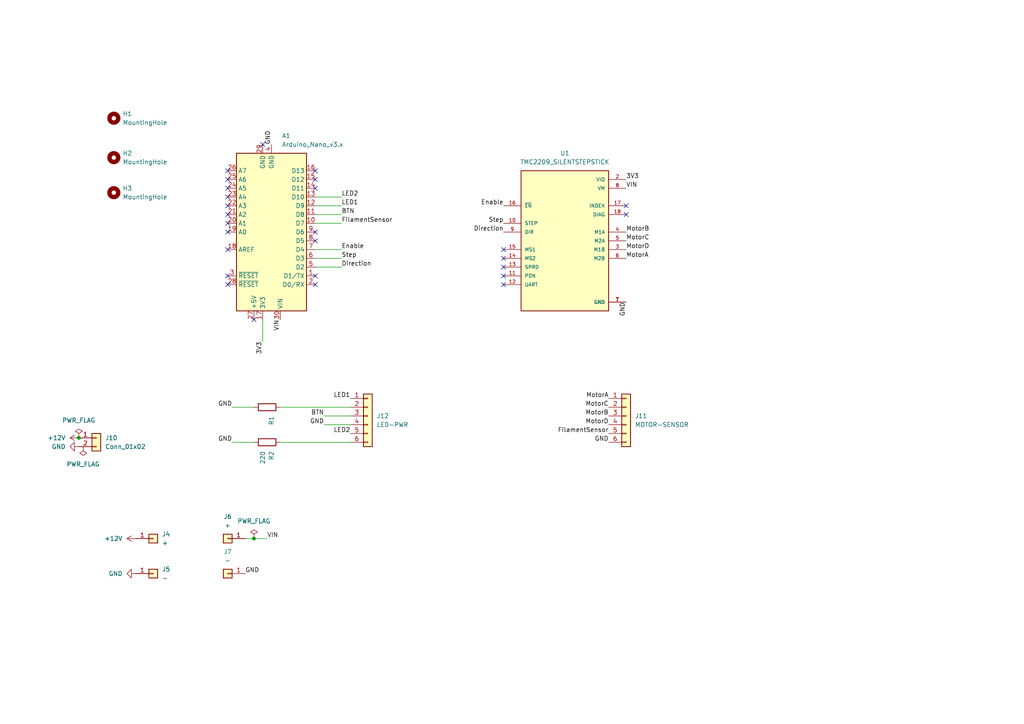
<source format=kicad_sch>
(kicad_sch (version 20231120) (generator "eeschema") (generator_version "8.0")
  (paper "A4")
  (lib_symbols
    (symbol "Connector_Generic:Conn_01x01" (pin_names (offset 1.016) hide)
      (property "Reference" "J" (at 0 2.54 0))
      (property "Value" "Conn_01x01" (at 0 -2.54 0))
      (symbol "Conn_01x01_1_1"
        (rectangle (start -1.27 0.127) (end 0 -0.127) (stroke (width 0.1524)))
        (rectangle (start -1.27 1.27) (end 1.27 -1.27) (stroke (width 0.254)) (fill (type background)))
        (pin passive line (at -5.08 0 0) (length 3.81) (name "Pin_1") (number "1"))
      )
    )
    (symbol "Connector_Generic:Conn_01x02" (pin_names (offset 1.016) hide)
      (property "Reference" "J" (at 0 2.54 0))
      (property "Value" "Conn_01x02" (at 0 -5.08 0))
      (symbol "Conn_01x02_1_1"
        (rectangle (start -1.27 -2.413) (end 0 -2.667) (stroke (width 0.1524)))
        (rectangle (start -1.27 0.127) (end 0 -0.127) (stroke (width 0.1524)))
        (rectangle (start -1.27 1.27) (end 1.27 -3.81) (stroke (width 0.254)) (fill (type background)))
        (pin passive line (at -5.08 0 0) (length 3.81) (name "Pin_1") (number "1"))
        (pin passive line (at -5.08 -2.54 0) (length 3.81) (name "Pin_2") (number "2"))
      )
    )
    (symbol "Connector_Generic:Conn_01x06" (pin_names (offset 1.016) hide)
      (property "Reference" "J" (at 0 7.62 0))
      (property "Value" "Conn_01x06" (at 0 -10.16 0))
      (symbol "Conn_01x06_1_1"
        (rectangle (start -1.27 -7.493) (end 0 -7.747) (stroke (width 0.1524)))
        (rectangle (start -1.27 -4.953) (end 0 -5.207) (stroke (width 0.1524)))
        (rectangle (start -1.27 -2.413) (end 0 -2.667) (stroke (width 0.1524)))
        (rectangle (start -1.27 0.127) (end 0 -0.127) (stroke (width 0.1524)))
        (rectangle (start -1.27 2.667) (end 0 2.413) (stroke (width 0.1524)))
        (rectangle (start -1.27 5.207) (end 0 4.953) (stroke (width 0.1524)))
        (rectangle (start -1.27 6.35) (end 1.27 -8.89) (stroke (width 0.254)) (fill (type background)))
        (pin passive line (at -5.08 5.08 0) (length 3.81) (name "Pin_1") (number "1"))
        (pin passive line (at -5.08 2.54 0) (length 3.81) (name "Pin_2") (number "2"))
        (pin passive line (at -5.08 0 0) (length 3.81) (name "Pin_3") (number "3"))
        (pin passive line (at -5.08 -2.54 0) (length 3.81) (name "Pin_4") (number "4"))
        (pin passive line (at -5.08 -5.08 0) (length 3.81) (name "Pin_5") (number "5"))
        (pin passive line (at -5.08 -7.62 0) (length 3.81) (name "Pin_6") (number "6"))
      )
    )
    (symbol "Device:R" (pin_numbers hide) (pin_names (offset 0))
      (property "Reference" "R" (at 2.032 0 90))
      (property "Value" "R" (at 0 0 90))
      (symbol "R_0_1"
        (rectangle (start -1.016 -2.54) (end 1.016 2.54) (stroke (width 0.254)))
      )
      (symbol "R_1_1"
        (pin passive line (at 0 3.81 270) (length 1.27) (name "~") (number "1"))
        (pin passive line (at 0 -3.81 90) (length 1.27) (name "~") (number "2"))
      )
    )
    (symbol "MCU_Module:Arduino_Nano_v3.x"
      (property "Reference" "A" (at -10.16 23.495 0))
      (property "Value" "Arduino_Nano_v3.x" (at 5.08 -24.13 0))
      (symbol "Arduino_Nano_v3.x_0_1"
        (rectangle (start -10.16 22.86) (end 10.16 -22.86) (stroke (width 0.254)) (fill (type background)))
      )
      (symbol "Arduino_Nano_v3.x_1_1"
        (pin bidirectional line (at -12.7 12.7 0) (length 2.54) (name "D1/TX") (number "1"))
        (pin bidirectional line (at -12.7 -2.54 0) (length 2.54) (name "D7") (number "10"))
        (pin bidirectional line (at -12.7 -5.08 0) (length 2.54) (name "D8") (number "11"))
        (pin bidirectional line (at -12.7 -7.62 0) (length 2.54) (name "D9") (number "12"))
        (pin bidirectional line (at -12.7 -10.16 0) (length 2.54) (name "D10") (number "13"))
        (pin bidirectional line (at -12.7 -12.7 0) (length 2.54) (name "D11") (number "14"))
        (pin bidirectional line (at -12.7 -15.24 0) (length 2.54) (name "D12") (number "15"))
        (pin bidirectional line (at -12.7 -17.78 0) (length 2.54) (name "D13") (number "16"))
        (pin power_out line (at 2.54 25.4 270) (length 2.54) (name "3V3") (number "17"))
        (pin input line (at 12.7 5.08 180) (length 2.54) (name "AREF") (number "18"))
        (pin bidirectional line (at 12.7 0 180) (length 2.54) (name "A0") (number "19"))
        (pin bidirectional line (at -12.7 15.24 0) (length 2.54) (name "D0/RX") (number "2"))
        (pin bidirectional line (at 12.7 -2.54 180) (length 2.54) (name "A1") (number "20"))
        (pin bidirectional line (at 12.7 -5.08 180) (length 2.54) (name "A2") (number "21"))
        (pin bidirectional line (at 12.7 -7.62 180) (length 2.54) (name "A3") (number "22"))
        (pin bidirectional line (at 12.7 -10.16 180) (length 2.54) (name "A4") (number "23"))
        (pin bidirectional line (at 12.7 -12.7 180) (length 2.54) (name "A5") (number "24"))
        (pin bidirectional line (at 12.7 -15.24 180) (length 2.54) (name "A6") (number "25"))
        (pin bidirectional line (at 12.7 -17.78 180) (length 2.54) (name "A7") (number "26"))
        (pin power_out line (at 5.08 25.4 270) (length 2.54) (name "+5V") (number "27"))
        (pin input line (at 12.7 15.24 180) (length 2.54) (name "~{RESET}") (number "28"))
        (pin power_in line (at 2.54 -25.4 90) (length 2.54) (name "GND") (number "29"))
        (pin input line (at 12.7 12.7 180) (length 2.54) (name "~{RESET}") (number "3"))
        (pin power_in line (at -2.54 25.4 270) (length 2.54) (name "VIN") (number "30"))
        (pin power_in line (at 0 -25.4 90) (length 2.54) (name "GND") (number "4"))
        (pin bidirectional line (at -12.7 10.16 0) (length 2.54) (name "D2") (number "5"))
        (pin bidirectional line (at -12.7 7.62 0) (length 2.54) (name "D3") (number "6"))
        (pin bidirectional line (at -12.7 5.08 0) (length 2.54) (name "D4") (number "7"))
        (pin bidirectional line (at -12.7 2.54 0) (length 2.54) (name "D5") (number "8"))
        (pin bidirectional line (at -12.7 0 0) (length 2.54) (name "D6") (number "9"))
      )
    )
    (symbol "Mechanical:MountingHole" (pin_names (offset 1.016)) (exclude_from_sim yes) (in_bom no)
      (property "Reference" "H" (at 0 5.08 0))
      (property "Value" "MountingHole" (at 0 3.175 0))
      (symbol "MountingHole_0_1"
        (circle (center 0 0) (radius 1.27) (stroke (width 1.27)))
      )
    )
    (symbol "SFLibrary:TMC2209_SILENTSTEPSTICK" (pin_names (offset 1.016))
      (property "Reference" "U" (at -12.7 22.86 0))
      (property "Value" "TMC2209_SILENTSTEPSTICK" (at -12.7 -22.86 0))
      (symbol "TMC2209_SILENTSTEPSTICK_0_0"
        (rectangle (start -12.7 -20.32) (end 12.7 20.32) (stroke (width 0.254)) (fill (type background)))
        (pin power_in line (at 17.78 -17.78 180) (length 5.08) (name "GND") (number "1"))
        (pin input line (at -17.78 5.08 0) (length 5.08) (name "STEP") (number "10"))
        (pin bidirectional line (at -17.78 -10.16 0) (length 5.08) (name "PDN") (number "11"))
        (pin bidirectional line (at -17.78 -12.7 0) (length 5.08) (name "UART") (number "12"))
        (pin input line (at -17.78 -7.62 0) (length 5.08) (name "SPRD") (number "13"))
        (pin input line (at -17.78 -5.08 0) (length 5.08) (name "MS2") (number "14"))
        (pin input line (at -17.78 -2.54 0) (length 5.08) (name "MS1") (number "15"))
        (pin input line (at -17.78 10.16 0) (length 5.08) (name "~{EN}") (number "16"))
        (pin output line (at 17.78 10.16 180) (length 5.08) (name "INDEX") (number "17"))
        (pin output line (at 17.78 7.62 180) (length 5.08) (name "DIAG") (number "18"))
        (pin power_in line (at 17.78 17.78 180) (length 5.08) (name "VIO") (number "2"))
        (pin output line (at 17.78 -2.54 180) (length 5.08) (name "M1B") (number "3"))
        (pin output line (at 17.78 2.54 180) (length 5.08) (name "M1A") (number "4"))
        (pin output line (at 17.78 0 180) (length 5.08) (name "M2A") (number "5"))
        (pin output line (at 17.78 -5.08 180) (length 5.08) (name "M2B") (number "6"))
        (pin power_in line (at 17.78 -17.78 180) (length 5.08) (name "GND") (number "7"))
        (pin power_in line (at 17.78 15.24 180) (length 5.08) (name "VM") (number "8"))
        (pin input line (at -17.78 2.54 0) (length 5.08) (name "DIR") (number "9"))
      )
    )
    (symbol "power:+12V" (power) (pin_numbers hide) (pin_names (offset 0) hide)
      (property "Value" "+12V" (at 0 3.556 0))
      (symbol "+12V_0_1"
        (polyline (pts (xy -0.762 1.27) (xy 0 2.54)))
        (polyline (pts (xy 0 0) (xy 0 2.54)))
        (polyline (pts (xy 0 2.54) (xy 0.762 1.27)))
      )
      (symbol "+12V_1_1"
        (pin power_in line (at 0 0 90) (length 0) (name "~") (number "1"))
      )
    )
    (symbol "power:GND" (power) (pin_numbers hide) (pin_names (offset 0) hide)
      (property "Value" "GND" (at 0 -3.81 0))
      (symbol "GND_0_1"
        (polyline (pts (xy 0 0) (xy 0 -1.27) (xy 1.27 -1.27) (xy 0 -2.54) (xy -1.27 -1.27) (xy 0 -1.27)))
      )
      (symbol "GND_1_1"
        (pin power_in line (at 0 0 270) (length 0) (name "~") (number "1"))
      )
    )
    (symbol "power:PWR_FLAG" (power) (pin_numbers hide) (pin_names (offset 0) hide)
      (property "Value" "PWR_FLAG" (at 0 3.81 0))
      (symbol "PWR_FLAG_0_0"
        (pin power_out line (at 0 0 90) (length 0) (name "~") (number "1"))
      )
      (symbol "PWR_FLAG_0_1"
        (polyline (pts (xy 0 0) (xy 0 1.27) (xy -1.016 1.905) (xy 0 2.54) (xy 1.016 1.905) (xy 0 1.27)))
      )
    )
  )
  (junction (at 73.66 156.21))
  (junction (at 22.86 127))
  (no_connect (at 66.04 67.31))
  (no_connect (at 91.44 69.85))
  (no_connect (at 66.04 82.55))
  (no_connect (at 66.04 54.61))
  (no_connect (at 91.44 52.07))
  (no_connect (at 146.05 82.55))
  (no_connect (at 66.04 52.07))
  (no_connect (at 66.04 72.39))
  (no_connect (at 146.05 77.47))
  (no_connect (at 91.44 82.55))
  (no_connect (at 146.05 74.93))
  (no_connect (at 91.44 54.61))
  (no_connect (at 181.61 62.23))
  (no_connect (at 91.44 67.31))
  (no_connect (at 66.04 49.53))
  (no_connect (at 66.04 80.01))
  (no_connect (at 76.2 41.91))
  (no_connect (at 181.61 59.69))
  (no_connect (at 66.04 59.69))
  (no_connect (at 66.04 62.23))
  (no_connect (at 146.05 72.39))
  (no_connect (at 91.44 49.53))
  (no_connect (at 66.04 57.15))
  (no_connect (at 91.44 80.01))
  (no_connect (at 146.05 80.01))
  (no_connect (at 73.66 92.71))
  (no_connect (at 66.04 64.77))
  (wire (pts (xy 99.06 64.77) (xy 91.44 64.77)))
  (wire (pts (xy 99.06 77.47) (xy 91.44 77.47)))
  (wire (pts (xy 67.31 118.11) (xy 73.66 118.11)))
  (wire (pts (xy 67.31 128.27) (xy 73.66 128.27)))
  (wire (pts (xy 99.06 74.93) (xy 91.44 74.93)))
  (wire (pts (xy 93.98 123.19) (xy 101.6 123.19)))
  (wire (pts (xy 99.06 72.39) (xy 91.44 72.39)))
  (wire (pts (xy 81.28 118.11) (xy 101.6 118.11)))
  (wire (pts (xy 76.2 99.06) (xy 76.2 92.71)))
  (wire (pts (xy 99.06 59.69) (xy 91.44 59.69)))
  (wire (pts (xy 99.06 62.23) (xy 91.44 62.23)))
  (wire (pts (xy 81.28 128.27) (xy 101.6 128.27)))
  (wire (pts (xy 77.47 156.21) (xy 73.66 156.21)))
  (wire (pts (xy 99.06 57.15) (xy 91.44 57.15)))
  (wire (pts (xy 73.66 156.21) (xy 71.12 156.21)))
  (wire (pts (xy 93.98 120.65) (xy 101.6 120.65)))
  (label "LED1" (at 101.6 115.57 180))
  (label "FilamentSensor" (at 99.06 64.77 0))
  (label "Direction" (at 99.06 77.47 0))
  (label "BTN" (at 93.98 120.65 180))
  (label "GND" (at 67.31 118.11 180))
  (label "GND" (at 93.98 123.19 180))
  (label "VIN" (at 181.61 54.61 0))
  (label "Step" (at 99.06 74.93 0))
  (label "Enable" (at 99.06 72.39 0))
  (label "VIN" (at 81.28 92.71 270))
  (label "3V3" (at 76.2 99.06 270))
  (label "3V3" (at 181.61 52.07 0))
  (label "GND" (at 71.12 166.37 0))
  (label "GND" (at 176.53 128.27 180))
  (label "MotorB" (at 176.53 120.65 180))
  (label "MotorD" (at 181.61 72.39 0))
  (label "MotorC" (at 176.53 118.11 180))
  (label "MotorA" (at 181.61 74.93 0))
  (label "BTN" (at 99.06 62.23 0))
  (label "GND" (at 181.61 87.63 270))
  (label "LED2" (at 101.6 125.73 180))
  (label "GND" (at 78.74 41.91 90))
  (label "MotorC" (at 181.61 69.85 0))
  (label "MotorB" (at 181.61 67.31 0))
  (label "LED2" (at 99.06 57.15 0))
  (label "VIN" (at 77.47 156.21 0))
  (label "Step" (at 146.05 64.77 180))
  (label "MotorD" (at 176.53 123.19 180))
  (label "Direction" (at 146.05 67.31 180))
  (label "GND" (at 67.31 128.27 180))
  (label "Enable" (at 146.05 59.69 180))
  (label "FilamentSensor" (at 176.53 125.73 180))
  (label "MotorA" (at 176.53 115.57 180))
  (label "LED1" (at 99.06 59.69 0))
  (symbol (lib_id "Mechanical:MountingHole") (at 33.02 34.29 0) (unit 1) (exclude_from_sim yes) (in_bom no)
    (property "Reference" "H1" (at 35.56 33.0199 0) (effects (justify left)))
    (property "Value" "MountingHole" (at 35.56 35.5599 0) (effects (justify left)))
    (property "Footprint" "MountingHole:MountingHole_3.2mm_M3" (effects (hide yes)))
    (property "Description" "Mounting Hole without connection" (effects (hide yes)))
  )
  (symbol (lib_id "Connector_Generic:Conn_01x01") (at 44.45 156.21 0) (unit 1)
    (property "Reference" "J4" (at 46.99 154.9399 0) (effects (justify left)))
    (property "Value" "+" (at 46.99 157.4799 0) (effects (justify left)))
    (property "Footprint" "Connector_PinHeader_2.54mm:PinHeader_1x01_P2.54mm_Vertical" (effects (hide yes)))
    (property "Description" "Generic connector, single row, 01x01, script generated (kicad-library-utils/schlib/autogen/connector/)" (effects (hide yes)))
  )
  (symbol (lib_id "Connector_Generic:Conn_01x06") (at 181.61 120.65 0) (unit 1)
    (property "Reference" "J11" (at 184.15 120.6499 0) (effects (justify left)))
    (property "Value" "MOTOR-SENSOR" (at 184.15 123.1899 0) (effects (justify left)))
    (property "Footprint" "Connector_PinHeader_2.54mm:PinHeader_1x06_P2.54mm_Vertical" (effects (hide yes)))
    (property "Description" "Generic connector, single row, 01x06, script generated (kicad-library-utils/schlib/autogen/connector/)" (effects (hide yes)))
  )
  (symbol (lib_id "power:GND") (at 39.37 166.37 270) (unit 1)
    (property "Reference" "#PWR05" (effects (hide yes)))
    (property "Value" "GND" (at 35.56 166.3699 90) (effects (justify right)))
    (property "Description" "Power symbol creates a global label with name \"GND\" , ground" (effects (hide yes)))
  )
  (symbol (lib_id "Mechanical:MountingHole") (at 33.02 55.88 0) (unit 1) (exclude_from_sim yes) (in_bom no)
    (property "Reference" "H3" (at 35.56 54.6099 0) (effects (justify left)))
    (property "Value" "MountingHole" (at 35.56 57.1499 0) (effects (justify left)))
    (property "Footprint" "MountingHole:MountingHole_3.2mm_M3" (effects (hide yes)))
    (property "Description" "Mounting Hole without connection" (effects (hide yes)))
  )
  (symbol (lib_id "power:PWR_FLAG") (at 73.66 156.21 0) (unit 1)
    (property "Reference" "#FLG02" (effects (hide yes)))
    (property "Value" "PWR_FLAG" (at 73.66 151.13 0))
    (property "Description" "Special symbol for telling ERC where power comes from" (effects (hide yes)))
  )
  (symbol (lib_id "power:+12V") (at 39.37 156.21 90) (unit 1)
    (property "Reference" "#PWR01" (effects (hide yes)))
    (property "Value" "+12V" (at 35.56 156.2099 90) (effects (justify left)))
    (property "Description" "Power symbol creates a global label with name \"+12V\"" (effects (hide yes)))
  )
  (symbol (lib_id "Connector_Generic:Conn_01x01") (at 66.04 156.21 180) (unit 1)
    (property "Reference" "J6" (at 66.04 149.86 0))
    (property "Value" "+" (at 66.04 152.4 0))
    (property "Footprint" "Connector_PinHeader_2.54mm:PinHeader_1x01_P2.54mm_Vertical" (effects (hide yes)))
    (property "Description" "Generic connector, single row, 01x01, script generated (kicad-library-utils/schlib/autogen/connector/)" (effects (hide yes)))
  )
  (symbol (lib_id "power:+12V") (at 22.86 127 90) (unit 1)
    (property "Reference" "#PWR02" (effects (hide yes)))
    (property "Value" "+12V" (at 19.05 126.9999 90) (effects (justify left)))
    (property "Description" "Power symbol creates a global label with name \"+12V\"" (effects (hide yes)))
  )
  (symbol (lib_id "power:PWR_FLAG") (at 22.86 127 0) (unit 1)
    (property "Reference" "#FLG01" (effects (hide yes)))
    (property "Value" "PWR_FLAG" (at 22.86 121.92 0))
    (property "Description" "Special symbol for telling ERC where power comes from" (effects (hide yes)))
  )
  (symbol (lib_id "power:PWR_FLAG") (at 24.13 129.54 180) (unit 1)
    (property "Reference" "#FLG03" (effects (hide yes)))
    (property "Value" "PWR_FLAG" (at 24.13 134.62 0))
    (property "Description" "Special symbol for telling ERC where power comes from" (effects (hide yes)))
  )
  (symbol (lib_id "SFLibrary:TMC2209_SILENTSTEPSTICK") (at 163.83 69.85 0) (unit 1)
    (property "Reference" "U1" (at 163.83 44.45 0))
    (property "Value" "TMC2209_SILENTSTEPSTICK" (at 163.83 46.99 0))
    (property "Footprint" "SFLibrary:MODULE_TMC2209_SILENTSTEPSTICK" (effects (hide yes)))
    (property "MF" "Trinamic Motion Control GmbH" (effects (hide yes)))
    (property "Description_1" "\nTMC2209 Motor Controller/Driver Power Management Evaluation Board\n" (effects (hide yes)))
    (property "Package" "None" (effects (hide yes)))
    (property "Price" "None" (effects (hide yes)))
    (property "Check_prices" "https://www.snapeda.com/parts/TMC2209%20SILENTSTEPSTICK/Trinamic+Motion+Control+GmbH/view-part/?ref=eda" (effects (hide yes)))
    (property "STANDARD" "Manufacturer Recommendations" (effects (hide yes)))
    (property "PARTREV" "1.20" (effects (hide yes)))
    (property "SnapEDA_Link" "https://www.snapeda.com/parts/TMC2209%20SILENTSTEPSTICK/Trinamic+Motion+Control+GmbH/view-part/?ref=snap" (effects (hide yes)))
    (property "MP" "TMC2209 SILENTSTEPSTICK" (effects (hide yes)))
    (property "MANUFACTURER" "Trinamic Motion Control GmbH" (effects (hide yes)))
    (property "Availability" "In Stock" (effects (hide yes)))
    (property "SNAPEDA_PN" "TMC2209 SILENTSTEPSTICK" (effects (hide yes)))
  )
  (symbol (lib_id "Connector_Generic:Conn_01x06") (at 106.68 120.65 0) (unit 1)
    (property "Reference" "J12" (at 109.22 120.6499 0) (effects (justify left)))
    (property "Value" "LED-PWR" (at 109.22 123.1899 0) (effects (justify left)))
    (property "Footprint" "Connector_PinHeader_2.54mm:PinHeader_1x06_P2.54mm_Vertical" (effects (hide yes)))
    (property "Description" "Generic connector, single row, 01x06, script generated (kicad-library-utils/schlib/autogen/connector/)" (effects (hide yes)))
  )
  (symbol (lib_id "Connector_Generic:Conn_01x01") (at 66.04 166.37 180) (unit 1)
    (property "Reference" "J7" (at 66.04 160.02 0))
    (property "Value" "-" (at 66.04 162.56 0))
    (property "Footprint" "Connector_PinHeader_2.54mm:PinHeader_1x01_P2.54mm_Vertical" (effects (hide yes)))
    (property "Description" "Generic connector, single row, 01x01, script generated (kicad-library-utils/schlib/autogen/connector/)" (effects (hide yes)))
  )
  (symbol (lib_id "Device:R") (at 77.47 118.11 270) (unit 1)
    (property "Reference" "R1" (at 78.7401 120.65 0) (effects (justify left)))
    (property "Value" "220" (effects (hide yes)))
    (property "Footprint" "Resistor_THT:R_Axial_DIN0207_L6.3mm_D2.5mm_P7.62mm_Horizontal" (effects (hide yes)))
    (property "Description" "Resistor" (effects (hide yes)))
  )
  (symbol (lib_id "Connector_Generic:Conn_01x02") (at 27.94 127 0) (unit 1)
    (property "Reference" "J10" (at 30.48 126.9999 0) (effects (justify left)))
    (property "Value" "Conn_01x02" (at 30.48 129.5399 0) (effects (justify left)))
    (property "Footprint" "Connector_BarrelJack:BarrelJack_Horizontal" (effects (hide yes)))
    (property "Description" "Generic connector, single row, 01x02, script generated (kicad-library-utils/schlib/autogen/connector/)" (effects (hide yes)))
  )
  (symbol (lib_id "MCU_Module:Arduino_Nano_v3.x") (at 78.74 67.31 180) (unit 1)
    (property "Reference" "A1" (at 81.7565 39.37 0) (effects (justify right)))
    (property "Value" "Arduino_Nano_v3.x" (at 81.7565 41.91 0) (effects (justify right)))
    (property "Footprint" "Module:Arduino_Nano" (effects (hide yes)))
    (property "Datasheet" "http://www.mouser.com/pdfdocs/Gravitech_Arduino_Nano3_0.pdf" (effects (hide yes)))
    (property "Description" "Arduino Nano v3.x" (effects (hide yes)))
  )
  (symbol (lib_id "power:GND") (at 22.86 129.54 270) (unit 1)
    (property "Reference" "#PWR03" (effects (hide yes)))
    (property "Value" "GND" (at 19.05 129.5399 90) (effects (justify right)))
    (property "Description" "Power symbol creates a global label with name \"GND\" , ground" (effects (hide yes)))
  )
  (symbol (lib_id "Connector_Generic:Conn_01x01") (at 44.45 166.37 0) (unit 1)
    (property "Reference" "J5" (at 46.99 165.0999 0) (effects (justify left)))
    (property "Value" "-" (at 46.99 167.6399 0) (effects (justify left)))
    (property "Footprint" "Connector_PinHeader_2.54mm:PinHeader_1x01_P2.54mm_Vertical" (effects (hide yes)))
    (property "Description" "Generic connector, single row, 01x01, script generated (kicad-library-utils/schlib/autogen/connector/)" (effects (hide yes)))
  )
  (symbol (lib_id "Mechanical:MountingHole") (at 33.02 45.72 0) (unit 1) (exclude_from_sim yes) (in_bom no)
    (property "Reference" "H2" (at 35.56 44.4499 0) (effects (justify left)))
    (property "Value" "MountingHole" (at 35.56 46.9899 0) (effects (justify left)))
    (property "Footprint" "MountingHole:MountingHole_3.2mm_M3" (effects (hide yes)))
    (property "Description" "Mounting Hole without connection" (effects (hide yes)))
  )
  (symbol (lib_id "Device:R") (at 77.47 128.27 270) (unit 1)
    (property "Reference" "R2" (at 78.7401 130.81 0) (effects (justify left)))
    (property "Value" "220" (at 76.2001 130.81 0) (effects (justify left)))
    (property "Footprint" "Resistor_THT:R_Axial_DIN0207_L6.3mm_D2.5mm_P7.62mm_Horizontal" (effects (hide yes)))
    (property "Description" "Resistor" (effects (hide yes)))
  )
)
</source>
